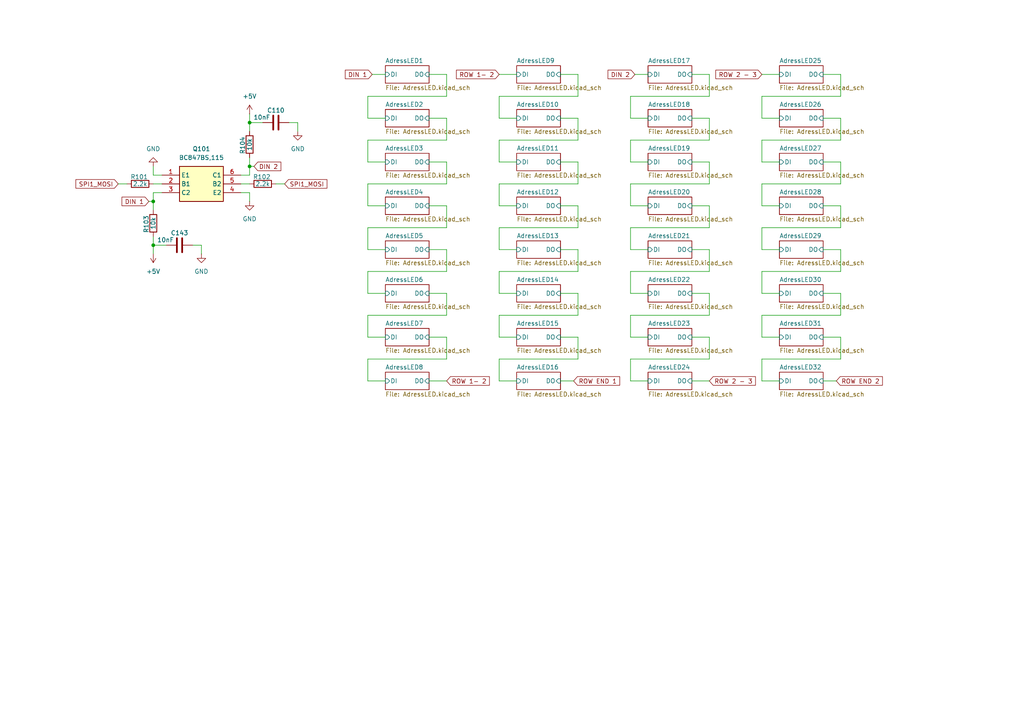
<source format=kicad_sch>
(kicad_sch (version 20231120) (generator "eeschema") (generator_version "8.0")
  (paper "A4")
  (lib_symbols
    (symbol "BC847BS_115:BC847BS,115"
      (property "Reference" "Q" (at 19.05 7.62 0))
      (property "Value" "BC847BS,115" (at 19.05 5.08 0))
      (symbol "BC847BS,115_1_1"
        (rectangle (start 5.08 2.54) (end 17.78 -7.62) (stroke (width 0.254)) (fill (type background)))
        (pin passive line (at 0 0 0) (length 5.08) (name "E1") (number "1"))
        (pin passive line (at 0 -2.54 0) (length 5.08) (name "B1") (number "2"))
        (pin passive line (at 0 -5.08 0) (length 5.08) (name "C2") (number "3"))
        (pin passive line (at 22.86 -5.08 180) (length 5.08) (name "E2") (number "4"))
        (pin passive line (at 22.86 -2.54 180) (length 5.08) (name "B2") (number "5"))
        (pin passive line (at 22.86 0 180) (length 5.08) (name "C1") (number "6"))
      )
    )
    (symbol "Device:C" (pin_numbers hide) (pin_names (offset 0.254))
      (property "Reference" "C" (at 0.635 2.54 0))
      (property "Value" "C" (at 0.635 -2.54 0))
      (symbol "C_0_1"
        (polyline (pts (xy -2.032 -0.762) (xy 2.032 -0.762)) (stroke (width 0.508)))
        (polyline (pts (xy -2.032 0.762) (xy 2.032 0.762)) (stroke (width 0.508)))
      )
      (symbol "C_1_1"
        (pin passive line (at 0 3.81 270) (length 2.794) (name "~") (number "1"))
        (pin passive line (at 0 -3.81 90) (length 2.794) (name "~") (number "2"))
      )
    )
    (symbol "Device:R" (pin_numbers hide) (pin_names (offset 0))
      (property "Reference" "R" (at 2.032 0 90))
      (property "Value" "R" (at 0 0 90))
      (symbol "R_0_1"
        (rectangle (start -1.016 -2.54) (end 1.016 2.54) (stroke (width 0.254)))
      )
      (symbol "R_1_1"
        (pin passive line (at 0 3.81 270) (length 1.27) (name "~") (number "1"))
        (pin passive line (at 0 -3.81 90) (length 1.27) (name "~") (number "2"))
      )
    )
    (symbol "power:+5V" (power) (pin_numbers hide) (pin_names (offset 0) hide)
      (property "Value" "+5V" (at 0 3.556 0))
      (symbol "+5V_0_1"
        (polyline (pts (xy -0.762 1.27) (xy 0 2.54)))
        (polyline (pts (xy 0 0) (xy 0 2.54)))
        (polyline (pts (xy 0 2.54) (xy 0.762 1.27)))
      )
      (symbol "+5V_1_1"
        (pin power_in line (at 0 0 90) (length 0) (name "~") (number "1"))
      )
    )
    (symbol "power:GND" (power) (pin_numbers hide) (pin_names (offset 0) hide)
      (property "Value" "GND" (at 0 -3.81 0))
      (symbol "GND_0_1"
        (polyline (pts (xy 0 0) (xy 0 -1.27) (xy 1.27 -1.27) (xy 0 -2.54) (xy -1.27 -1.27) (xy 0 -1.27)))
      )
      (symbol "GND_1_1"
        (pin power_in line (at 0 0 270) (length 0) (name "~") (number "1"))
      )
    )
  )
  (junction (at 44.45 58.42))
  (junction (at 72.39 35.56))
  (junction (at 44.45 71.12))
  (junction (at 72.39 48.26))
  (wire (pts (xy 106.68 66.04) (xy 129.54 66.04)))
  (wire (pts (xy 69.85 53.34) (xy 72.39 53.34)))
  (wire (pts (xy 69.85 55.88) (xy 72.39 55.88)))
  (wire (pts (xy 129.54 27.94) (xy 106.68 27.94)))
  (wire (pts (xy 243.84 34.29) (xy 243.84 40.64)))
  (wire (pts (xy 162.56 97.79) (xy 167.64 97.79)))
  (wire (pts (xy 44.45 71.12) (xy 48.26 71.12)))
  (wire (pts (xy 200.66 34.29) (xy 205.74 34.29)))
  (wire (pts (xy 144.78 59.69) (xy 149.86 59.69)))
  (wire (pts (xy 106.68 46.99) (xy 111.76 46.99)))
  (wire (pts (xy 182.88 40.64) (xy 182.88 46.99)))
  (wire (pts (xy 144.78 72.39) (xy 149.86 72.39)))
  (wire (pts (xy 106.68 40.64) (xy 106.68 46.99)))
  (wire (pts (xy 182.88 46.99) (xy 187.96 46.99)))
  (wire (pts (xy 144.78 21.59) (xy 149.86 21.59)))
  (wire (pts (xy 124.46 97.79) (xy 129.54 97.79)))
  (wire (pts (xy 106.68 27.94) (xy 106.68 34.29)))
  (wire (pts (xy 129.54 110.49) (xy 124.46 110.49)))
  (wire (pts (xy 167.64 53.34) (xy 144.78 53.34)))
  (wire (pts (xy 106.68 53.34) (xy 129.54 53.34)))
  (wire (pts (xy 182.88 104.14) (xy 182.88 110.49)))
  (wire (pts (xy 44.45 73.66) (xy 44.45 71.12)))
  (wire (pts (xy 200.66 97.79) (xy 205.74 97.79)))
  (wire (pts (xy 129.54 46.99) (xy 129.54 53.34)))
  (wire (pts (xy 124.46 72.39) (xy 129.54 72.39)))
  (wire (pts (xy 182.88 85.09) (xy 187.96 85.09)))
  (wire (pts (xy 205.74 59.69) (xy 205.74 66.04)))
  (wire (pts (xy 182.88 91.44) (xy 182.88 97.79)))
  (wire (pts (xy 167.64 21.59) (xy 167.64 27.94)))
  (wire (pts (xy 44.45 50.8) (xy 46.99 50.8)))
  (wire (pts (xy 243.84 59.69) (xy 243.84 66.04)))
  (wire (pts (xy 243.84 78.74) (xy 220.98 78.74)))
  (wire (pts (xy 144.78 27.94) (xy 144.78 34.29)))
  (wire (pts (xy 220.98 72.39) (xy 226.06 72.39)))
  (wire (pts (xy 205.74 66.04) (xy 182.88 66.04)))
  (wire (pts (xy 162.56 21.59) (xy 167.64 21.59)))
  (wire (pts (xy 238.76 46.99) (xy 243.84 46.99)))
  (wire (pts (xy 238.76 59.69) (xy 243.84 59.69)))
  (wire (pts (xy 205.74 40.64) (xy 182.88 40.64)))
  (wire (pts (xy 200.66 85.09) (xy 205.74 85.09)))
  (wire (pts (xy 205.74 91.44) (xy 182.88 91.44)))
  (wire (pts (xy 124.46 59.69) (xy 129.54 59.69)))
  (wire (pts (xy 242.57 110.49) (xy 238.76 110.49)))
  (wire (pts (xy 243.84 21.59) (xy 243.84 27.94)))
  (wire (pts (xy 243.84 66.04) (xy 220.98 66.04)))
  (wire (pts (xy 205.74 104.14) (xy 182.88 104.14)))
  (wire (pts (xy 144.78 40.64) (xy 144.78 46.99)))
  (wire (pts (xy 86.36 35.56) (xy 86.36 38.1)))
  (wire (pts (xy 220.98 78.74) (xy 220.98 85.09)))
  (wire (pts (xy 205.74 46.99) (xy 205.74 53.34)))
  (wire (pts (xy 220.98 34.29) (xy 226.06 34.29)))
  (wire (pts (xy 243.84 91.44) (xy 220.98 91.44)))
  (wire (pts (xy 73.66 48.26) (xy 72.39 48.26)))
  (wire (pts (xy 220.98 40.64) (xy 220.98 46.99)))
  (wire (pts (xy 167.64 40.64) (xy 144.78 40.64)))
  (wire (pts (xy 44.45 68.58) (xy 44.45 71.12)))
  (wire (pts (xy 162.56 34.29) (xy 167.64 34.29)))
  (wire (pts (xy 106.68 104.14) (xy 106.68 110.49)))
  (wire (pts (xy 124.46 34.29) (xy 129.54 34.29)))
  (wire (pts (xy 69.85 50.8) (xy 72.39 50.8)))
  (wire (pts (xy 167.64 97.79) (xy 167.64 104.14)))
  (wire (pts (xy 144.78 46.99) (xy 149.86 46.99)))
  (wire (pts (xy 129.54 21.59) (xy 129.54 27.94)))
  (wire (pts (xy 106.68 66.04) (xy 106.68 72.39)))
  (wire (pts (xy 220.98 104.14) (xy 220.98 110.49)))
  (wire (pts (xy 184.15 21.59) (xy 187.96 21.59)))
  (wire (pts (xy 129.54 78.74) (xy 106.68 78.74)))
  (wire (pts (xy 220.98 91.44) (xy 220.98 97.79)))
  (wire (pts (xy 182.88 27.94) (xy 182.88 34.29)))
  (wire (pts (xy 44.45 48.26) (xy 44.45 50.8)))
  (wire (pts (xy 205.74 21.59) (xy 205.74 27.94)))
  (wire (pts (xy 182.88 110.49) (xy 187.96 110.49)))
  (wire (pts (xy 107.95 21.59) (xy 111.76 21.59)))
  (wire (pts (xy 129.54 91.44) (xy 106.68 91.44)))
  (wire (pts (xy 167.64 59.69) (xy 167.64 66.04)))
  (wire (pts (xy 182.88 97.79) (xy 187.96 97.79)))
  (wire (pts (xy 220.98 53.34) (xy 220.98 59.69)))
  (wire (pts (xy 182.88 66.04) (xy 182.88 72.39)))
  (wire (pts (xy 243.84 53.34) (xy 220.98 53.34)))
  (wire (pts (xy 167.64 91.44) (xy 144.78 91.44)))
  (wire (pts (xy 106.68 53.34) (xy 106.68 59.69)))
  (wire (pts (xy 162.56 59.69) (xy 167.64 59.69)))
  (wire (pts (xy 44.45 53.34) (xy 46.99 53.34)))
  (wire (pts (xy 83.82 35.56) (xy 86.36 35.56)))
  (wire (pts (xy 167.64 27.94) (xy 144.78 27.94)))
  (wire (pts (xy 129.54 34.29) (xy 129.54 40.64)))
  (wire (pts (xy 167.64 34.29) (xy 167.64 40.64)))
  (wire (pts (xy 129.54 97.79) (xy 129.54 104.14)))
  (wire (pts (xy 43.18 58.42) (xy 44.45 58.42)))
  (wire (pts (xy 72.39 33.02) (xy 72.39 35.56)))
  (wire (pts (xy 220.98 21.59) (xy 226.06 21.59)))
  (wire (pts (xy 106.68 72.39) (xy 111.76 72.39)))
  (wire (pts (xy 167.64 72.39) (xy 167.64 78.74)))
  (wire (pts (xy 220.98 97.79) (xy 226.06 97.79)))
  (wire (pts (xy 167.64 78.74) (xy 144.78 78.74)))
  (wire (pts (xy 144.78 78.74) (xy 144.78 85.09)))
  (wire (pts (xy 144.78 110.49) (xy 149.86 110.49)))
  (wire (pts (xy 200.66 72.39) (xy 205.74 72.39)))
  (wire (pts (xy 243.84 40.64) (xy 220.98 40.64)))
  (wire (pts (xy 106.68 104.14) (xy 129.54 104.14)))
  (wire (pts (xy 72.39 50.8) (xy 72.39 48.26)))
  (wire (pts (xy 44.45 55.88) (xy 44.45 58.42)))
  (wire (pts (xy 238.76 34.29) (xy 243.84 34.29)))
  (wire (pts (xy 162.56 85.09) (xy 167.64 85.09)))
  (wire (pts (xy 200.66 59.69) (xy 205.74 59.69)))
  (wire (pts (xy 220.98 110.49) (xy 226.06 110.49)))
  (wire (pts (xy 243.84 104.14) (xy 220.98 104.14)))
  (wire (pts (xy 162.56 72.39) (xy 167.64 72.39)))
  (wire (pts (xy 144.78 91.44) (xy 144.78 97.79)))
  (wire (pts (xy 205.74 27.94) (xy 182.88 27.94)))
  (wire (pts (xy 106.68 110.49) (xy 111.76 110.49)))
  (wire (pts (xy 243.84 46.99) (xy 243.84 53.34)))
  (wire (pts (xy 58.42 71.12) (xy 58.42 73.66)))
  (wire (pts (xy 72.39 55.88) (xy 72.39 58.42)))
  (wire (pts (xy 238.76 97.79) (xy 243.84 97.79)))
  (wire (pts (xy 124.46 46.99) (xy 129.54 46.99)))
  (wire (pts (xy 182.88 72.39) (xy 187.96 72.39)))
  (wire (pts (xy 200.66 46.99) (xy 205.74 46.99)))
  (wire (pts (xy 220.98 46.99) (xy 226.06 46.99)))
  (wire (pts (xy 200.66 21.59) (xy 205.74 21.59)))
  (wire (pts (xy 220.98 59.69) (xy 226.06 59.69)))
  (wire (pts (xy 205.74 85.09) (xy 205.74 91.44)))
  (wire (pts (xy 220.98 27.94) (xy 220.98 34.29)))
  (wire (pts (xy 182.88 78.74) (xy 182.88 85.09)))
  (wire (pts (xy 72.39 48.26) (xy 72.39 45.72)))
  (wire (pts (xy 205.74 78.74) (xy 182.88 78.74)))
  (wire (pts (xy 205.74 34.29) (xy 205.74 40.64)))
  (wire (pts (xy 144.78 34.29) (xy 149.86 34.29)))
  (wire (pts (xy 72.39 35.56) (xy 72.39 38.1)))
  (wire (pts (xy 106.68 97.79) (xy 111.76 97.79)))
  (wire (pts (xy 205.74 53.34) (xy 182.88 53.34)))
  (wire (pts (xy 243.84 85.09) (xy 243.84 91.44)))
  (wire (pts (xy 144.78 97.79) (xy 149.86 97.79)))
  (wire (pts (xy 144.78 66.04) (xy 144.78 72.39)))
  (wire (pts (xy 205.74 72.39) (xy 205.74 78.74)))
  (wire (pts (xy 34.29 53.34) (xy 36.83 53.34)))
  (wire (pts (xy 162.56 46.99) (xy 167.64 46.99)))
  (wire (pts (xy 124.46 85.09) (xy 129.54 85.09)))
  (wire (pts (xy 182.88 34.29) (xy 187.96 34.29)))
  (wire (pts (xy 124.46 21.59) (xy 129.54 21.59)))
  (wire (pts (xy 182.88 59.69) (xy 187.96 59.69)))
  (wire (pts (xy 243.84 97.79) (xy 243.84 104.14)))
  (wire (pts (xy 238.76 72.39) (xy 243.84 72.39)))
  (wire (pts (xy 200.66 110.49) (xy 205.74 110.49)))
  (wire (pts (xy 106.68 34.29) (xy 111.76 34.29)))
  (wire (pts (xy 182.88 53.34) (xy 182.88 59.69)))
  (wire (pts (xy 166.37 110.49) (xy 162.56 110.49)))
  (wire (pts (xy 80.01 53.34) (xy 82.55 53.34)))
  (wire (pts (xy 243.84 27.94) (xy 220.98 27.94)))
  (wire (pts (xy 129.54 85.09) (xy 129.54 91.44)))
  (wire (pts (xy 72.39 35.56) (xy 76.2 35.56)))
  (wire (pts (xy 167.64 85.09) (xy 167.64 91.44)))
  (wire (pts (xy 106.68 59.69) (xy 111.76 59.69)))
  (wire (pts (xy 44.45 58.42) (xy 44.45 60.96)))
  (wire (pts (xy 144.78 85.09) (xy 149.86 85.09)))
  (wire (pts (xy 106.68 78.74) (xy 106.68 85.09)))
  (wire (pts (xy 106.68 91.44) (xy 106.68 97.79)))
  (wire (pts (xy 238.76 21.59) (xy 243.84 21.59)))
  (wire (pts (xy 238.76 85.09) (xy 243.84 85.09)))
  (wire (pts (xy 167.64 46.99) (xy 167.64 53.34)))
  (wire (pts (xy 144.78 53.34) (xy 144.78 59.69)))
  (wire (pts (xy 167.64 66.04) (xy 144.78 66.04)))
  (wire (pts (xy 144.78 104.14) (xy 144.78 110.49)))
  (wire (pts (xy 46.99 55.88) (xy 44.45 55.88)))
  (wire (pts (xy 55.88 71.12) (xy 58.42 71.12)))
  (wire (pts (xy 167.64 104.14) (xy 144.78 104.14)))
  (wire (pts (xy 220.98 85.09) (xy 226.06 85.09)))
  (wire (pts (xy 129.54 72.39) (xy 129.54 78.74)))
  (wire (pts (xy 220.98 66.04) (xy 220.98 72.39)))
  (wire (pts (xy 129.54 40.64) (xy 106.68 40.64)))
  (wire (pts (xy 106.68 85.09) (xy 111.76 85.09)))
  (wire (pts (xy 205.74 97.79) (xy 205.74 104.14)))
  (wire (pts (xy 243.84 72.39) (xy 243.84 78.74)))
  (wire (pts (xy 129.54 59.69) (xy 129.54 66.04)))
  (global_label "ROW END 2" (shape input) (at 242.57 110.49 0) (property "Intersheetrefs" "${INTERSHEET_REFS}" (effects (hide yes))))
  (global_label "DIN 2" (shape input) (at 73.66 48.26 0) (property "Intersheetrefs" "${INTERSHEET_REFS}" (effects (hide yes))))
  (global_label "ROW 1- 2" (shape input) (at 129.54 110.49 0) (property "Intersheetrefs" "${INTERSHEET_REFS}" (effects (hide yes))))
  (global_label "ROW 1- 2" (shape input) (at 144.78 21.59 180) (property "Intersheetrefs" "${INTERSHEET_REFS}" (effects (hide yes))))
  (global_label "SPI1_MOSI" (shape input) (at 34.29 53.34 180) (property "Intersheetrefs" "${INTERSHEET_REFS}" (effects (hide yes))))
  (global_label "ROW 2 - 3" (shape input) (at 205.74 110.49 0) (property "Intersheetrefs" "${INTERSHEET_REFS}" (effects (hide yes))))
  (global_label "DIN 1" (shape input) (at 43.18 58.42 180) (property "Intersheetrefs" "${INTERSHEET_REFS}" (effects (hide yes))))
  (global_label "SPI1_MOSI" (shape input) (at 82.55 53.34 0) (property "Intersheetrefs" "${INTERSHEET_REFS}" (effects (hide yes))))
  (global_label "ROW 2 - 3" (shape input) (at 220.98 21.59 180) (property "Intersheetrefs" "${INTERSHEET_REFS}" (effects (hide yes))))
  (global_label "ROW END 1" (shape input) (at 166.37 110.49 0) (property "Intersheetrefs" "${INTERSHEET_REFS}" (effects (hide yes))))
  (global_label "DIN 1" (shape input) (at 107.95 21.59 180) (property "Intersheetrefs" "${INTERSHEET_REFS}" (effects (hide yes))))
  (global_label "DIN 2" (shape input) (at 184.15 21.59 180) (property "Intersheetrefs" "${INTERSHEET_REFS}" (effects (hide yes))))
  (symbol (lib_id "power:+5V") (at 72.39 33.02 0) (unit 1)
    (property "Reference" "#PWR0260" (effects (hide yes)))
    (property "Value" "+5V" (at 72.39 27.94 0))
    (property "Description" "Power symbol creates a global label with name \"+5V\"" (effects (hide yes)))
  )
  (symbol (lib_id "Device:C") (at 80.01 35.56 90) (unit 1)
    (property "Reference" "C110" (at 80.01 32.004 90))
    (property "Value" "10nF" (at 75.946 34.036 90))
    (property "Footprint" "Capacitor_SMD:C_0402_1005Metric" (effects (hide yes)))
    (property "Description" "Unpolarized capacitor" (effects (hide yes)))
  )
  (symbol (lib_id "power:+5V") (at 44.45 73.66 180) (unit 1)
    (property "Reference" "#PWR0261" (effects (hide yes)))
    (property "Value" "+5V" (at 44.45 78.74 0))
    (property "Description" "Power symbol creates a global label with name \"+5V\"" (effects (hide yes)))
  )
  (symbol (lib_id "power:GND") (at 58.42 73.66 0) (unit 1)
    (property "Reference" "#PWR0262" (effects (hide yes)))
    (property "Value" "GND" (at 58.42 78.74 0))
    (property "Description" "Power symbol creates a global label with name \"GND\" , ground" (effects (hide yes)))
  )
  (symbol (lib_id "Device:R") (at 72.39 41.91 180) (unit 1)
    (property "Reference" "R104" (at 70.358 42.164 90))
    (property "Value" "10k" (at 72.39 41.91 90))
    (property "Footprint" "Resistor_SMD:R_0402_1005Metric" (effects (hide yes)))
    (property "Description" "Resistor" (effects (hide yes)))
  )
  (symbol (lib_id "Device:R") (at 76.2 53.34 90) (unit 1)
    (property "Reference" "R102" (at 75.946 51.308 90))
    (property "Value" "2.2k" (at 76.2 53.34 90))
    (property "Footprint" "Resistor_SMD:R_0402_1005Metric" (effects (hide yes)))
    (property "Description" "Resistor" (effects (hide yes)))
  )
  (symbol (lib_id "Device:R") (at 40.64 53.34 90) (unit 1)
    (property "Reference" "R101" (at 40.386 51.308 90))
    (property "Value" "2.2k" (at 40.64 53.34 90))
    (property "Footprint" "Resistor_SMD:R_0402_1005Metric" (effects (hide yes)))
    (property "Description" "Resistor" (effects (hide yes)))
  )
  (symbol (lib_id "power:GND") (at 44.45 48.26 180) (unit 1)
    (property "Reference" "#PWR0259" (effects (hide yes)))
    (property "Value" "GND" (at 44.45 43.18 0))
    (property "Description" "Power symbol creates a global label with name \"GND\" , ground" (effects (hide yes)))
  )
  (symbol (lib_id "Device:R") (at 44.45 64.77 180) (unit 1)
    (property "Reference" "R103" (at 42.418 65.024 90))
    (property "Value" "10k" (at 44.45 64.77 90))
    (property "Footprint" "Resistor_SMD:R_0402_1005Metric" (effects (hide yes)))
    (property "Description" "Resistor" (effects (hide yes)))
  )
  (symbol (lib_id "power:GND") (at 86.36 38.1 0) (unit 1)
    (property "Reference" "#PWR0129" (effects (hide yes)))
    (property "Value" "GND" (at 86.36 43.18 0))
    (property "Description" "Power symbol creates a global label with name \"GND\" , ground" (effects (hide yes)))
  )
  (symbol (lib_id "power:GND") (at 72.39 58.42 0) (unit 1)
    (property "Reference" "#PWR0258" (effects (hide yes)))
    (property "Value" "GND" (at 72.39 63.5 0))
    (property "Description" "Power symbol creates a global label with name \"GND\" , ground" (effects (hide yes)))
  )
  (symbol (lib_id "Device:C") (at 52.07 71.12 90) (unit 1)
    (property "Reference" "C143" (at 52.07 67.564 90))
    (property "Value" "10nF" (at 48.006 69.596 90))
    (property "Footprint" "Capacitor_SMD:C_0402_1005Metric" (effects (hide yes)))
    (property "Description" "Unpolarized capacitor" (effects (hide yes)))
  )
  (symbol (lib_id "BC847BS_115:BC847BS,115") (at 46.99 50.8 0) (unit 1)
    (property "Reference" "Q101" (at 58.42 43.18 0))
    (property "Value" "BC847BS,115" (at 58.42 45.72 0))
    (property "Footprint" "BC847BS:SOT65P210X110-6N" (effects (hide yes)))
    (property "Datasheet" "https://assets.nexperia.com/documents/data-sheet/BC847BS.pdf" (effects (hide yes)))
    (property "Description" "Nexperia BC847BS,115 Dual NPN Transistor, 100 mA, 45 V, 6-Pin SOT-363" (effects (hide yes)))
    (property "Height" "1.1" (effects (hide yes)))
    (property "Mouser Part Number" "771-BC847BS-T/R" (effects (hide yes)))
    (property "Mouser Price/Stock" "https://www.mouser.co.uk/ProductDetail/Nexperia/BC847BS115?qs=me8TqzrmIYXy2TZEvQyxww%3D%3D" (effects (hide yes)))
    (property "Manufacturer_Name" "Nexperia" (effects (hide yes)))
    (property "Manufacturer_Part_Number" "BC847BS,115" (effects (hide yes)))
  )
  (sheet (at 187.96 44.45) (size 12.7 5.08) (stroke (width 0.1524))
    (property "Sheetname" "AdressLED19" (at 187.96 43.7384 0) (effects (justify left bottom)))
    (property "Sheetfile" "AdressLED.kicad_sch" (at 187.96 50.1146 0) (effects (justify left top)))
    (pin "DI" input (at 187.96 46.99 180))
    (pin "DO" input (at 200.66 46.99 0))
  )
  (sheet (at 111.76 31.75) (size 12.7 5.08) (stroke (width 0.1524))
    (property "Sheetname" "AdressLED2" (at 111.76 31.0384 0) (effects (justify left bottom)))
    (property "Sheetfile" "AdressLED.kicad_sch" (at 111.76 37.4146 0) (effects (justify left top)))
    (pin "DI" input (at 111.76 34.29 180))
    (pin "DO" input (at 124.46 34.29 0))
  )
  (sheet (at 226.06 82.55) (size 12.7 5.08) (stroke (width 0.1524))
    (property "Sheetname" "AdressLED30" (at 226.06 81.8384 0) (effects (justify left bottom)))
    (property "Sheetfile" "AdressLED.kicad_sch" (at 226.06 88.2146 0) (effects (justify left top)))
    (pin "DI" input (at 226.06 85.09 180))
    (pin "DO" input (at 238.76 85.09 0))
  )
  (sheet (at 226.06 19.05) (size 12.7 5.08) (stroke (width 0.1524))
    (property "Sheetname" "AdressLED25" (at 226.06 18.3384 0) (effects (justify left bottom)))
    (property "Sheetfile" "AdressLED.kicad_sch" (at 226.06 24.7146 0) (effects (justify left top)))
    (pin "DI" input (at 226.06 21.59 180))
    (pin "DO" input (at 238.76 21.59 0))
  )
  (sheet (at 226.06 44.45) (size 12.7 5.08) (stroke (width 0.1524))
    (property "Sheetname" "AdressLED27" (at 226.06 43.7384 0) (effects (justify left bottom)))
    (property "Sheetfile" "AdressLED.kicad_sch" (at 226.06 50.1146 0) (effects (justify left top)))
    (pin "DI" input (at 226.06 46.99 180))
    (pin "DO" input (at 238.76 46.99 0))
  )
  (sheet (at 149.86 19.05) (size 12.7 5.08) (stroke (width 0.1524))
    (property "Sheetname" "AdressLED9" (at 149.86 18.3384 0) (effects (justify left bottom)))
    (property "Sheetfile" "AdressLED.kicad_sch" (at 149.86 24.7146 0) (effects (justify left top)))
    (pin "DI" input (at 149.86 21.59 180))
    (pin "DO" input (at 162.56 21.59 0))
  )
  (sheet (at 226.06 31.75) (size 12.7 5.08) (stroke (width 0.1524))
    (property "Sheetname" "AdressLED26" (at 226.06 31.0384 0) (effects (justify left bottom)))
    (property "Sheetfile" "AdressLED.kicad_sch" (at 226.06 37.4146 0) (effects (justify left top)))
    (pin "DI" input (at 226.06 34.29 180))
    (pin "DO" input (at 238.76 34.29 0))
  )
  (sheet (at 187.96 95.25) (size 12.7 5.08) (stroke (width 0.1524))
    (property "Sheetname" "AdressLED23" (at 187.96 94.5384 0) (effects (justify left bottom)))
    (property "Sheetfile" "AdressLED.kicad_sch" (at 187.96 100.9146 0) (effects (justify left top)))
    (pin "DI" input (at 187.96 97.79 180))
    (pin "DO" input (at 200.66 97.79 0))
  )
  (sheet (at 187.96 19.05) (size 12.7 5.08) (stroke (width 0.1524))
    (property "Sheetname" "AdressLED17" (at 187.96 18.3384 0) (effects (justify left bottom)))
    (property "Sheetfile" "AdressLED.kicad_sch" (at 187.96 24.7146 0) (effects (justify left top)))
    (pin "DI" input (at 187.96 21.59 180))
    (pin "DO" input (at 200.66 21.59 0))
  )
  (sheet (at 149.86 107.95) (size 12.7 5.08) (stroke (width 0.1524))
    (property "Sheetname" "AdressLED16" (at 149.86 107.2384 0) (effects (justify left bottom)))
    (property "Sheetfile" "AdressLED.kicad_sch" (at 149.86 113.6146 0) (effects (justify left top)))
    (pin "DI" input (at 149.86 110.49 180))
    (pin "DO" input (at 162.56 110.49 0))
  )
  (sheet (at 111.76 82.55) (size 12.7 5.08) (stroke (width 0.1524))
    (property "Sheetname" "AdressLED6" (at 111.76 81.8384 0) (effects (justify left bottom)))
    (property "Sheetfile" "AdressLED.kicad_sch" (at 111.76 88.2146 0) (effects (justify left top)))
    (pin "DI" input (at 111.76 85.09 180))
    (pin "DO" input (at 124.46 85.09 0))
  )
  (sheet (at 149.86 82.55) (size 12.7 5.08) (stroke (width 0.1524))
    (property "Sheetname" "AdressLED14" (at 149.86 81.8384 0) (effects (justify left bottom)))
    (property "Sheetfile" "AdressLED.kicad_sch" (at 149.86 88.2146 0) (effects (justify left top)))
    (pin "DI" input (at 149.86 85.09 180))
    (pin "DO" input (at 162.56 85.09 0))
  )
  (sheet (at 187.96 57.15) (size 12.7 5.08) (stroke (width 0.1524))
    (property "Sheetname" "AdressLED20" (at 187.96 56.4384 0) (effects (justify left bottom)))
    (property "Sheetfile" "AdressLED.kicad_sch" (at 187.96 62.8146 0) (effects (justify left top)))
    (pin "DI" input (at 187.96 59.69 180))
    (pin "DO" input (at 200.66 59.69 0))
  )
  (sheet (at 187.96 82.55) (size 12.7 5.08) (stroke (width 0.1524))
    (property "Sheetname" "AdressLED22" (at 187.96 81.8384 0) (effects (justify left bottom)))
    (property "Sheetfile" "AdressLED.kicad_sch" (at 187.96 88.2146 0) (effects (justify left top)))
    (pin "DI" input (at 187.96 85.09 180))
    (pin "DO" input (at 200.66 85.09 0))
  )
  (sheet (at 149.86 57.15) (size 12.7 5.08) (stroke (width 0.1524))
    (property "Sheetname" "AdressLED12" (at 149.86 56.4384 0) (effects (justify left bottom)))
    (property "Sheetfile" "AdressLED.kicad_sch" (at 149.86 62.8146 0) (effects (justify left top)))
    (pin "DI" input (at 149.86 59.69 180))
    (pin "DO" input (at 162.56 59.69 0))
  )
  (sheet (at 187.96 31.75) (size 12.7 5.08) (stroke (width 0.1524))
    (property "Sheetname" "AdressLED18" (at 187.96 31.0384 0) (effects (justify left bottom)))
    (property "Sheetfile" "AdressLED.kicad_sch" (at 187.96 37.4146 0) (effects (justify left top)))
    (pin "DI" input (at 187.96 34.29 180))
    (pin "DO" input (at 200.66 34.29 0))
  )
  (sheet (at 149.86 95.25) (size 12.7 5.08) (stroke (width 0.1524))
    (property "Sheetname" "AdressLED15" (at 149.86 94.5384 0) (effects (justify left bottom)))
    (property "Sheetfile" "AdressLED.kicad_sch" (at 149.86 100.9146 0) (effects (justify left top)))
    (pin "DI" input (at 149.86 97.79 180))
    (pin "DO" input (at 162.56 97.79 0))
  )
  (sheet (at 226.06 95.25) (size 12.7 5.08) (stroke (width 0.1524))
    (property "Sheetname" "AdressLED31" (at 226.06 94.5384 0) (effects (justify left bottom)))
    (property "Sheetfile" "AdressLED.kicad_sch" (at 226.06 100.9146 0) (effects (justify left top)))
    (pin "DI" input (at 226.06 97.79 180))
    (pin "DO" input (at 238.76 97.79 0))
  )
  (sheet (at 111.76 95.25) (size 12.7 5.08) (stroke (width 0.1524))
    (property "Sheetname" "AdressLED7" (at 111.76 94.5384 0) (effects (justify left bottom)))
    (property "Sheetfile" "AdressLED.kicad_sch" (at 111.76 100.9146 0) (effects (justify left top)))
    (pin "DI" input (at 111.76 97.79 180))
    (pin "DO" input (at 124.46 97.79 0))
  )
  (sheet (at 226.06 69.85) (size 12.7 5.08) (stroke (width 0.1524))
    (property "Sheetname" "AdressLED29" (at 226.06 69.1384 0) (effects (justify left bottom)))
    (property "Sheetfile" "AdressLED.kicad_sch" (at 226.06 75.5146 0) (effects (justify left top)))
    (pin "DI" input (at 226.06 72.39 180))
    (pin "DO" input (at 238.76 72.39 0))
  )
  (sheet (at 187.96 107.95) (size 12.7 5.08) (stroke (width 0.1524))
    (property "Sheetname" "AdressLED24" (at 187.96 107.2384 0) (effects (justify left bottom)))
    (property "Sheetfile" "AdressLED.kicad_sch" (at 187.96 113.6146 0) (effects (justify left top)))
    (pin "DI" input (at 187.96 110.49 180))
    (pin "DO" input (at 200.66 110.49 0))
  )
  (sheet (at 111.76 19.05) (size 12.7 5.08) (stroke (width 0.1524))
    (property "Sheetname" "AdressLED1" (at 111.76 18.3384 0) (effects (justify left bottom)))
    (property "Sheetfile" "AdressLED.kicad_sch" (at 111.76 24.7146 0) (effects (justify left top)))
    (pin "DI" input (at 111.76 21.59 180))
    (pin "DO" input (at 124.46 21.59 0))
  )
  (sheet (at 149.86 44.45) (size 12.7 5.08) (stroke (width 0.1524))
    (property "Sheetname" "AdressLED11" (at 149.86 43.7384 0) (effects (justify left bottom)))
    (property "Sheetfile" "AdressLED.kicad_sch" (at 149.86 50.1146 0) (effects (justify left top)))
    (pin "DI" input (at 149.86 46.99 180))
    (pin "DO" input (at 162.56 46.99 0))
  )
  (sheet (at 187.96 69.85) (size 12.7 5.08) (stroke (width 0.1524))
    (property "Sheetname" "AdressLED21" (at 187.96 69.1384 0) (effects (justify left bottom)))
    (property "Sheetfile" "AdressLED.kicad_sch" (at 187.96 75.5146 0) (effects (justify left top)))
    (pin "DI" input (at 187.96 72.39 180))
    (pin "DO" input (at 200.66 72.39 0))
  )
  (sheet (at 111.76 69.85) (size 12.7 5.08) (stroke (width 0.1524))
    (property "Sheetname" "AdressLED5" (at 111.76 69.1384 0) (effects (justify left bottom)))
    (property "Sheetfile" "AdressLED.kicad_sch" (at 111.76 75.5146 0) (effects (justify left top)))
    (pin "DI" input (at 111.76 72.39 180))
    (pin "DO" input (at 124.46 72.39 0))
  )
  (sheet (at 111.76 57.15) (size 12.7 5.08) (stroke (width 0.1524))
    (property "Sheetname" "AdressLED4" (at 111.76 56.4384 0) (effects (justify left bottom)))
    (property "Sheetfile" "AdressLED.kicad_sch" (at 111.76 62.8146 0) (effects (justify left top)))
    (pin "DI" input (at 111.76 59.69 180))
    (pin "DO" input (at 124.46 59.69 0))
  )
  (sheet (at 149.86 69.85) (size 12.7 5.08) (stroke (width 0.1524))
    (property "Sheetname" "AdressLED13" (at 149.86 69.1384 0) (effects (justify left bottom)))
    (property "Sheetfile" "AdressLED.kicad_sch" (at 149.86 75.5146 0) (effects (justify left top)))
    (pin "DI" input (at 149.86 72.39 180))
    (pin "DO" input (at 162.56 72.39 0))
  )
  (sheet (at 226.06 57.15) (size 12.7 5.08) (stroke (width 0.1524))
    (property "Sheetname" "AdressLED28" (at 226.06 56.4384 0) (effects (justify left bottom)))
    (property "Sheetfile" "AdressLED.kicad_sch" (at 226.06 62.8146 0) (effects (justify left top)))
    (pin "DI" input (at 226.06 59.69 180))
    (pin "DO" input (at 238.76 59.69 0))
  )
  (sheet (at 111.76 107.95) (size 12.7 5.08) (stroke (width 0.1524))
    (property "Sheetname" "AdressLED8" (at 111.76 107.2384 0) (effects (justify left bottom)))
    (property "Sheetfile" "AdressLED.kicad_sch" (at 111.76 113.6146 0) (effects (justify left top)))
    (pin "DI" input (at 111.76 110.49 180))
    (pin "DO" input (at 124.46 110.49 0))
  )
  (sheet (at 111.76 44.45) (size 12.7 5.08) (stroke (width 0.1524))
    (property "Sheetname" "AdressLED3" (at 111.76 43.7384 0) (effects (justify left bottom)))
    (property "Sheetfile" "AdressLED.kicad_sch" (at 111.76 50.1146 0) (effects (justify left top)))
    (pin "DI" input (at 111.76 46.99 180))
    (pin "DO" input (at 124.46 46.99 0))
  )
  (sheet (at 226.06 107.95) (size 12.7 5.08) (stroke (width 0.1524))
    (property "Sheetname" "AdressLED32" (at 226.06 107.2384 0) (effects (justify left bottom)))
    (property "Sheetfile" "AdressLED.kicad_sch" (at 226.06 113.6146 0) (effects (justify left top)))
    (pin "DI" input (at 226.06 110.49 180))
    (pin "DO" input (at 238.76 110.49 0))
  )
  (sheet (at 149.86 31.75) (size 12.7 5.08) (stroke (width 0.1524))
    (property "Sheetname" "AdressLED10" (at 149.86 31.0384 0) (effects (justify left bottom)))
    (property "Sheetfile" "AdressLED.kicad_sch" (at 149.86 37.4146 0) (effects (justify left top)))
    (pin "DI" input (at 149.86 34.29 180))
    (pin "DO" input (at 162.56 34.29 0))
  )
)
</source>
